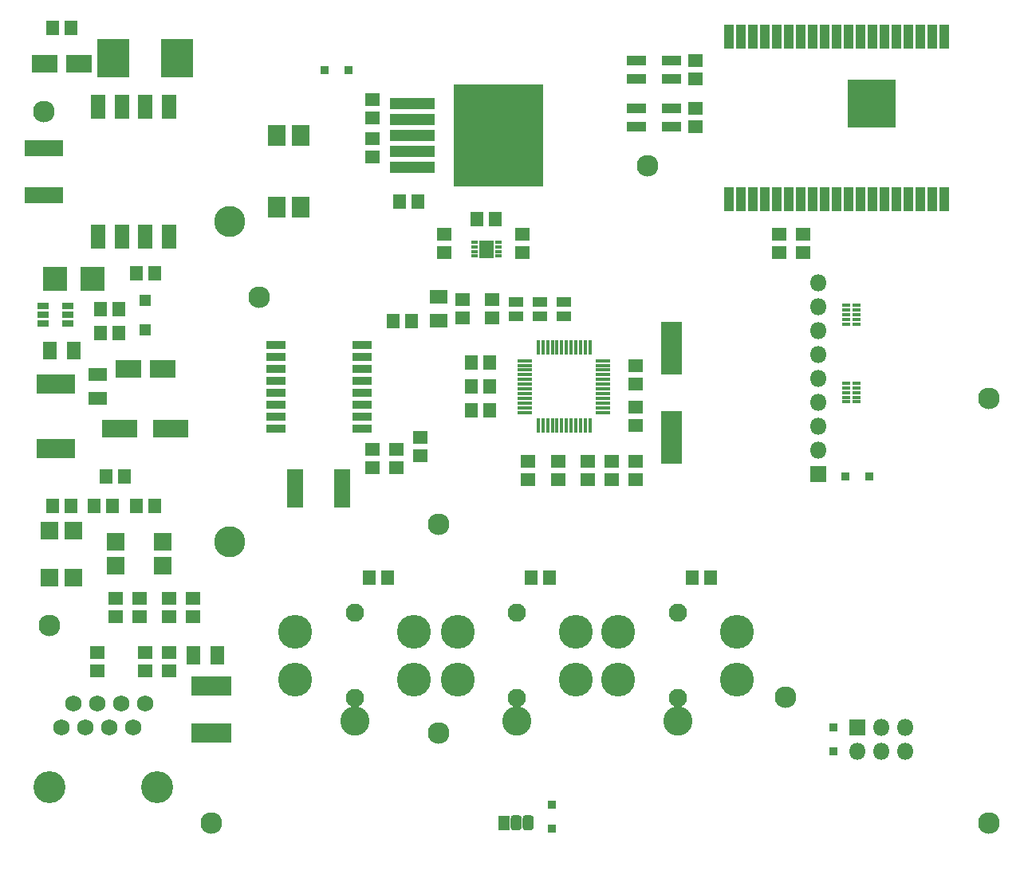
<source format=gts>
G04 #@! TF.GenerationSoftware,KiCad,Pcbnew,(5.1.6)-1*
G04 #@! TF.CreationDate,2021-04-11T16:08:57+02:00*
G04 #@! TF.ProjectId,wall-sensor-of-room-temperature,77616c6c-2d73-4656-9e73-6f722d6f662d,rev?*
G04 #@! TF.SameCoordinates,Original*
G04 #@! TF.FileFunction,Soldermask,Top*
G04 #@! TF.FilePolarity,Negative*
%FSLAX46Y46*%
G04 Gerber Fmt 4.6, Leading zero omitted, Abs format (unit mm)*
G04 Created by KiCad (PCBNEW (5.1.6)-1) date 2021-04-11 16:08:57*
%MOMM*%
%LPD*%
G01*
G04 APERTURE LIST*
%ADD10R,0.700000X0.410000*%
%ADD11R,1.600000X1.850000*%
%ADD12R,4.700000X1.200000*%
%ADD13R,9.500000X10.900000*%
%ADD14R,0.900000X0.400000*%
%ADD15R,2.800000X1.900000*%
%ADD16R,3.700000X1.900000*%
%ADD17R,4.100000X2.100000*%
%ADD18R,1.300000X0.800000*%
%ADD19R,2.100000X0.900000*%
%ADD20R,1.600000X0.400000*%
%ADD21R,0.400000X1.600000*%
%ADD22R,1.500000X2.600000*%
%ADD23R,5.100000X5.100000*%
%ADD24R,1.000000X2.600000*%
%ADD25C,2.300000*%
%ADD26C,3.300000*%
%ADD27O,1.800000X1.800000*%
%ADD28R,1.800000X1.800000*%
%ADD29R,2.200000X5.700000*%
%ADD30R,1.150000X1.600000*%
%ADD31R,2.100000X1.100000*%
%ADD32R,0.900000X0.900000*%
%ADD33R,1.600000X1.400000*%
%ADD34C,1.750000*%
%ADD35C,3.400000*%
%ADD36R,1.880000X2.300000*%
%ADD37C,1.950000*%
%ADD38C,3.100000*%
%ADD39C,3.600000*%
%ADD40R,1.400000X1.600000*%
%ADD41C,0.150000*%
%ADD42R,1.600000X1.100000*%
%ADD43R,4.300000X2.100000*%
%ADD44R,3.400000X4.100000*%
%ADD45R,2.600000X2.600000*%
%ADD46R,1.200000X1.200000*%
%ADD47R,1.900000X1.900000*%
%ADD48R,1.700000X4.100000*%
%ADD49R,4.100000X1.700000*%
G04 APERTURE END LIST*
D10*
X86977500Y-94365000D03*
X89552500Y-95365000D03*
D11*
X88265000Y-94615000D03*
D10*
X86977500Y-95365000D03*
X86977500Y-94865000D03*
X89552500Y-93865000D03*
X89552500Y-94365000D03*
X89552500Y-94865000D03*
X86977500Y-93865000D03*
D12*
X80385000Y-80850000D03*
X80385000Y-85950000D03*
X80385000Y-84250000D03*
X80385000Y-79150000D03*
X80385000Y-82550000D03*
D13*
X89535000Y-82550000D03*
D14*
X126460000Y-110355000D03*
X126460000Y-108855000D03*
X127540000Y-110855000D03*
X127540000Y-110355000D03*
X126460000Y-109855000D03*
X126460000Y-109355000D03*
X126460000Y-110855000D03*
X127540000Y-109855000D03*
X127540000Y-109355000D03*
X127540000Y-108855000D03*
X126460000Y-102100000D03*
X126460000Y-100600000D03*
X127540000Y-102600000D03*
X127540000Y-102100000D03*
X126460000Y-101600000D03*
X126460000Y-101100000D03*
X126460000Y-102600000D03*
X127540000Y-101600000D03*
X127540000Y-101100000D03*
X127540000Y-100600000D03*
D15*
X44980000Y-74930000D03*
X41380000Y-74930000D03*
X50270000Y-107315000D03*
X53870000Y-107315000D03*
D16*
X54770000Y-113665000D03*
X49370000Y-113665000D03*
D17*
X42545000Y-108945000D03*
X42545000Y-115845000D03*
D18*
X41245000Y-100650000D03*
X41245000Y-102550000D03*
X43845000Y-101600000D03*
X43845000Y-100650000D03*
X41245000Y-101600000D03*
X43845000Y-102550000D03*
D19*
X75057000Y-112395000D03*
X75057000Y-108585000D03*
X75057000Y-107315000D03*
X75057000Y-104775000D03*
X75057000Y-109855000D03*
X65913000Y-111125000D03*
X65913000Y-107315000D03*
X65913000Y-112395000D03*
X65913000Y-109855000D03*
X65913000Y-104775000D03*
X65913000Y-108585000D03*
X65913000Y-113665000D03*
X75057000Y-111125000D03*
X75057000Y-106045000D03*
X65913000Y-106045000D03*
X75057000Y-113665000D03*
D20*
X92357500Y-106970000D03*
X92357500Y-109470000D03*
D21*
X93770000Y-113382500D03*
D20*
X92357500Y-107470000D03*
D21*
X94770000Y-113382500D03*
D20*
X92357500Y-110470000D03*
X92357500Y-110970000D03*
D21*
X95270000Y-113382500D03*
D20*
X92357500Y-106470000D03*
X92357500Y-109970000D03*
X92357500Y-108970000D03*
X92357500Y-111970000D03*
X92357500Y-111470000D03*
D21*
X95770000Y-113382500D03*
D20*
X92357500Y-107970000D03*
X92357500Y-108470000D03*
D21*
X94270000Y-113382500D03*
X96770000Y-113382500D03*
X97270000Y-113382500D03*
X98270000Y-105057500D03*
D20*
X100682500Y-110970000D03*
X100682500Y-106470000D03*
D21*
X99270000Y-113382500D03*
D20*
X100682500Y-107970000D03*
D21*
X96270000Y-105057500D03*
D20*
X100682500Y-107470000D03*
D21*
X97770000Y-113382500D03*
D20*
X100682500Y-109970000D03*
D21*
X94270000Y-105057500D03*
X98770000Y-105057500D03*
X98270000Y-113382500D03*
X97270000Y-105057500D03*
X99270000Y-105057500D03*
X95270000Y-105057500D03*
X96270000Y-113382500D03*
D20*
X100682500Y-110470000D03*
X100682500Y-106970000D03*
D21*
X95770000Y-105057500D03*
D20*
X100682500Y-111470000D03*
D21*
X97770000Y-105057500D03*
D20*
X100682500Y-109470000D03*
D21*
X98770000Y-113382500D03*
D20*
X100682500Y-111970000D03*
X100682500Y-108470000D03*
D21*
X96770000Y-105057500D03*
X94770000Y-105057500D03*
X93770000Y-105057500D03*
D20*
X100682500Y-108970000D03*
D22*
X54550000Y-79470000D03*
X52050000Y-79470000D03*
X49550000Y-79470000D03*
X47050000Y-79470000D03*
X47050000Y-93250000D03*
X54550000Y-93250000D03*
X52050000Y-93250000D03*
X49550000Y-93250000D03*
D23*
X129175000Y-79145000D03*
D24*
X136870000Y-89270000D03*
X135600000Y-89270000D03*
X134330000Y-89270000D03*
X121630000Y-72020000D03*
X131790000Y-72020000D03*
X127980000Y-89270000D03*
X124170000Y-72020000D03*
X127980000Y-72020000D03*
X133060000Y-72020000D03*
X135600000Y-72020000D03*
X130520000Y-89270000D03*
X122900000Y-72020000D03*
X134330000Y-72020000D03*
X114010000Y-89281000D03*
X120360000Y-72020000D03*
X126710000Y-72020000D03*
X121630000Y-89270000D03*
X120360000Y-89281000D03*
X126710000Y-89270000D03*
X129250000Y-72020000D03*
X116550000Y-89281000D03*
X122900000Y-89270000D03*
X133060000Y-89270000D03*
X117820000Y-89270000D03*
X124170000Y-89270000D03*
X129250000Y-89270000D03*
X131790000Y-89270000D03*
X125440000Y-89270000D03*
X125440000Y-72020000D03*
X130520000Y-72020000D03*
X115280000Y-89281000D03*
X119090000Y-89270000D03*
X115280000Y-72009000D03*
X136870000Y-72020000D03*
X114010000Y-72009000D03*
X117820000Y-72020000D03*
X116550000Y-72009000D03*
X119090000Y-72020000D03*
D25*
X59055000Y-155575000D03*
X120015000Y-142240000D03*
X41910000Y-134620000D03*
X83185000Y-146050000D03*
D26*
X61000000Y-125720000D03*
X61000000Y-91720000D03*
D25*
X141605000Y-110490000D03*
X141605000Y-155575000D03*
X83185000Y-123825000D03*
X105410000Y-85725000D03*
X64135000Y-99695000D03*
X41275000Y-80010000D03*
D27*
X123515000Y-110910000D03*
X123515000Y-108370000D03*
X123515000Y-98210000D03*
X123515000Y-100750000D03*
X123515000Y-115990000D03*
D28*
X123515000Y-118530000D03*
D27*
X123515000Y-113450000D03*
X123515000Y-105830000D03*
X123515000Y-103290000D03*
D29*
X107950000Y-114605000D03*
X107950000Y-105105000D03*
G36*
G01*
X92135000Y-156087500D02*
X92135000Y-155062500D01*
G75*
G02*
X92422500Y-154775000I287500J0D01*
G01*
X92997500Y-154775000D01*
G75*
G02*
X93285000Y-155062500I0J-287500D01*
G01*
X93285000Y-156087500D01*
G75*
G02*
X92997500Y-156375000I-287500J0D01*
G01*
X92422500Y-156375000D01*
G75*
G02*
X92135000Y-156087500I0J287500D01*
G01*
G37*
G36*
G01*
X90865000Y-156087500D02*
X90865000Y-155062500D01*
G75*
G02*
X91152500Y-154775000I287500J0D01*
G01*
X91727500Y-154775000D01*
G75*
G02*
X92015000Y-155062500I0J-287500D01*
G01*
X92015000Y-156087500D01*
G75*
G02*
X91727500Y-156375000I-287500J0D01*
G01*
X91152500Y-156375000D01*
G75*
G02*
X90865000Y-156087500I0J287500D01*
G01*
G37*
D30*
X90170000Y-155575000D03*
D31*
X104170000Y-79645000D03*
X104170000Y-81645000D03*
X107920000Y-79645000D03*
X107920000Y-81645000D03*
X104170000Y-74565000D03*
X104170000Y-76565000D03*
X107920000Y-74565000D03*
X107920000Y-76565000D03*
D32*
X95250000Y-156210000D03*
X95250000Y-153670000D03*
D33*
X119380000Y-93010000D03*
X119380000Y-94950000D03*
X46990000Y-139400000D03*
X46990000Y-137460000D03*
D34*
X45721000Y-145415000D03*
X52071000Y-142875000D03*
D35*
X41909000Y-151765000D03*
D34*
X50801000Y-145415000D03*
X44451000Y-142875000D03*
X48261000Y-145415000D03*
X46991000Y-142875000D03*
X49531000Y-142875000D03*
X43181000Y-145415000D03*
D35*
X53341000Y-151765000D03*
D36*
X68580000Y-90170000D03*
X66040000Y-82550000D03*
X66040000Y-90170000D03*
X68580000Y-82550000D03*
D37*
X74295000Y-142320000D03*
X74295000Y-133270000D03*
D38*
X74295000Y-144745000D03*
D39*
X80595000Y-140345000D03*
X80595000Y-135245000D03*
X67995000Y-140345000D03*
X67995000Y-135245000D03*
D37*
X91500000Y-142320000D03*
X91500000Y-133270000D03*
D38*
X91500000Y-144745000D03*
D39*
X97800000Y-140345000D03*
X97800000Y-135245000D03*
X85200000Y-140345000D03*
X85200000Y-135245000D03*
D37*
X108585000Y-142320000D03*
X108585000Y-133270000D03*
D38*
X108585000Y-144745000D03*
D39*
X114885000Y-140345000D03*
X114885000Y-135245000D03*
X102285000Y-140345000D03*
X102285000Y-135245000D03*
D40*
X75865000Y-129540000D03*
X77805000Y-129540000D03*
X93010000Y-129540000D03*
X94950000Y-129540000D03*
X110155000Y-129540000D03*
X112095000Y-129540000D03*
D33*
X121920000Y-94950000D03*
X121920000Y-93010000D03*
X54610000Y-137460000D03*
X54610000Y-139400000D03*
X51435000Y-131745000D03*
X51435000Y-133685000D03*
D41*
G36*
X43750000Y-106360000D02*
G01*
X43750000Y-104460000D01*
X45150000Y-104460000D01*
X45150000Y-106360000D01*
X43750000Y-106360000D01*
G37*
G36*
X41210000Y-106360000D02*
G01*
X41210000Y-104460000D01*
X42610000Y-104460000D01*
X42610000Y-106360000D01*
X41210000Y-106360000D01*
G37*
D40*
X51100000Y-97155000D03*
X53040000Y-97155000D03*
X49230000Y-103505000D03*
X47290000Y-103505000D03*
D33*
X54610000Y-131745000D03*
X54610000Y-133685000D03*
X78740000Y-117810000D03*
X78740000Y-115870000D03*
D41*
G36*
X84135000Y-100395000D02*
G01*
X82235000Y-100395000D01*
X82235000Y-98995000D01*
X84135000Y-98995000D01*
X84135000Y-100395000D01*
G37*
G36*
X84135000Y-102935000D02*
G01*
X82235000Y-102935000D01*
X82235000Y-101535000D01*
X84135000Y-101535000D01*
X84135000Y-102935000D01*
G37*
D33*
X81280000Y-116540000D03*
X81280000Y-114600000D03*
X104140000Y-106980000D03*
X104140000Y-108920000D03*
D27*
X127635000Y-147955000D03*
X130175000Y-147955000D03*
X130175000Y-145415000D03*
D28*
X127635000Y-145415000D03*
D27*
X132715000Y-147955000D03*
X132715000Y-145415000D03*
D33*
X85725000Y-99995000D03*
X85725000Y-101935000D03*
D40*
X51100000Y-121920000D03*
X53040000Y-121920000D03*
X44150000Y-121920000D03*
X42210000Y-121920000D03*
D42*
X91440000Y-101727000D03*
X91440000Y-100203000D03*
X93980000Y-101727000D03*
X93980000Y-100203000D03*
X96520000Y-101727000D03*
X96520000Y-100203000D03*
D43*
X59055000Y-146010000D03*
X59055000Y-141010000D03*
D32*
X126365000Y-118745000D03*
X128905000Y-118745000D03*
X125095000Y-145415000D03*
X125095000Y-147955000D03*
D44*
X48670000Y-74295000D03*
X55470000Y-74295000D03*
D45*
X42450000Y-97790000D03*
X46450000Y-97790000D03*
D46*
X52070000Y-100025000D03*
X52070000Y-103175000D03*
D32*
X73660000Y-75565000D03*
X71120000Y-75565000D03*
D47*
X44450000Y-124500000D03*
X41910000Y-129500000D03*
X41910000Y-124500000D03*
X44450000Y-129500000D03*
X48935000Y-125730000D03*
X53935000Y-128270000D03*
X48935000Y-128270000D03*
X53935000Y-125730000D03*
D33*
X110490000Y-81615000D03*
X110490000Y-79675000D03*
X110490000Y-76535000D03*
X110490000Y-74595000D03*
D40*
X42210000Y-71120000D03*
X44150000Y-71120000D03*
D48*
X67985000Y-120015000D03*
X72985000Y-120015000D03*
D33*
X88900000Y-101935000D03*
X88900000Y-99995000D03*
X52070000Y-139400000D03*
X52070000Y-137460000D03*
D49*
X41275000Y-88860000D03*
X41275000Y-83860000D03*
D33*
X95885000Y-117140000D03*
X95885000Y-119080000D03*
D40*
X88600000Y-106680000D03*
X86660000Y-106680000D03*
D41*
G36*
X58990000Y-138745000D02*
G01*
X58990000Y-136845000D01*
X60390000Y-136845000D01*
X60390000Y-138745000D01*
X58990000Y-138745000D01*
G37*
G36*
X56450000Y-138745000D02*
G01*
X56450000Y-136845000D01*
X57850000Y-136845000D01*
X57850000Y-138745000D01*
X56450000Y-138745000D01*
G37*
D40*
X88600000Y-111760000D03*
X86660000Y-111760000D03*
D33*
X48895000Y-131745000D03*
X48895000Y-133685000D03*
D40*
X49230000Y-100965000D03*
X47290000Y-100965000D03*
X88600000Y-109220000D03*
X86660000Y-109220000D03*
D33*
X57150000Y-131745000D03*
X57150000Y-133685000D03*
X99060000Y-117140000D03*
X99060000Y-119080000D03*
D41*
G36*
X46040000Y-109790000D02*
G01*
X47940000Y-109790000D01*
X47940000Y-111190000D01*
X46040000Y-111190000D01*
X46040000Y-109790000D01*
G37*
G36*
X46040000Y-107250000D02*
G01*
X47940000Y-107250000D01*
X47940000Y-108650000D01*
X46040000Y-108650000D01*
X46040000Y-107250000D01*
G37*
D33*
X92710000Y-117140000D03*
X92710000Y-119080000D03*
X92075000Y-94950000D03*
X92075000Y-93010000D03*
X76200000Y-84790000D03*
X76200000Y-82850000D03*
D40*
X79040000Y-89535000D03*
X80980000Y-89535000D03*
X87295000Y-91440000D03*
X89235000Y-91440000D03*
D33*
X83820000Y-94950000D03*
X83820000Y-93010000D03*
X76200000Y-78705000D03*
X76200000Y-80645000D03*
X104140000Y-117140000D03*
X104140000Y-119080000D03*
X76200000Y-115870000D03*
X76200000Y-117810000D03*
D40*
X47925000Y-118745000D03*
X49865000Y-118745000D03*
D33*
X101600000Y-117140000D03*
X101600000Y-119080000D03*
D40*
X78405000Y-102235000D03*
X80345000Y-102235000D03*
D33*
X104140000Y-111425000D03*
X104140000Y-113365000D03*
D40*
X46655000Y-121920000D03*
X48595000Y-121920000D03*
M02*

</source>
